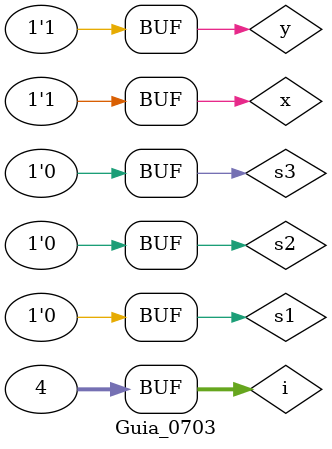
<source format=v>

module f0703_and( output a, output b, input x, input y );
    and  AND1  ( a, x, y ); // saida do AND
    nand NAND1 ( b, x, y ); // saida do NAND
endmodule // f0703

// ------------------------- 
//  f0703 - GATES 
// ------------------------- 
module f0703_or( output a, output b, input x, input y );
    or  OR1  ( a, x, y ); // saida do OR
    nor NOR1 ( b, x, y ); // saida do NOR
endmodule // f0703

// ------------------------- 
//  multiplexer 
// ------------------------- 
module mux ( output z, input  a, input  b, input  select ); 
    // definir dados locais 
    wire not_select; 
    wire sa; 
    wire sb; 
    // descrever por portas 
    not NOT1 ( not_select, select ); 
    and AND1 ( sa, a, not_select ); 
    and AND2 ( sb, b, select ); 
    or  OR1  ( z, sa, sb ); 
endmodule // mux 

// ------------------------- 
//  Guia_0703 - Modulo de Teste 
// -------------------------
module Guia_0703; 
    // ------------------------- definir dados 
    reg  x = 0, y = 0; // inputs
    reg  s1 = 0;       // input selecionavel
    reg  s2 = 0;       // input selecionavel
    reg  s3 = 0;       // input selecionavel
    wire z1, z2, z3;   // output MUX
    wire a, b;         // output AND/NAND
    wire c, d;         // output OR/NOR
    integer i = 0;

    // instancias
    f0703_and AND ( a, b, x, y );
    f0703_or  OR  ( c, d, x, y );
    mux MUX1 ( z1, a, b, s1 ); // mux do AND/NAND
    mux MUX2 ( z2, c, d, s2 ); // mux do OR/NOR
    mux MUX3 ( z3, z1, z2, s3 ); // mux do AND/NAND / OR/NOR

    // valores iniciais 
    initial begin: start 
        x=1'b0; y=1'b0; s1=1'b0; s2=1'b0; s3=1'b0;
    end // start
    
    // ------------------------- parte principal 
    initial begin : main 
        $display("Guia_0703 - Teste"); 
        $display("LU's module:");
        $display( "   x    y   AND NAND  s1   OR   NOR  s2   MUX1 MUX2 s3   MUX3 " );
        $monitor("%4b %4b %4b %4b %4b %4b %4b %4b %4b %4b %4b %4b", x, y, a, b, s1, c, d, s2, z1, z2, s3, z3 ); 
        for (i = 0; i < 4; i = i + 1) begin
            { x, y } = i;
            #1;
        end // for
    end // main 
endmodule // Guia_0703 
</source>
